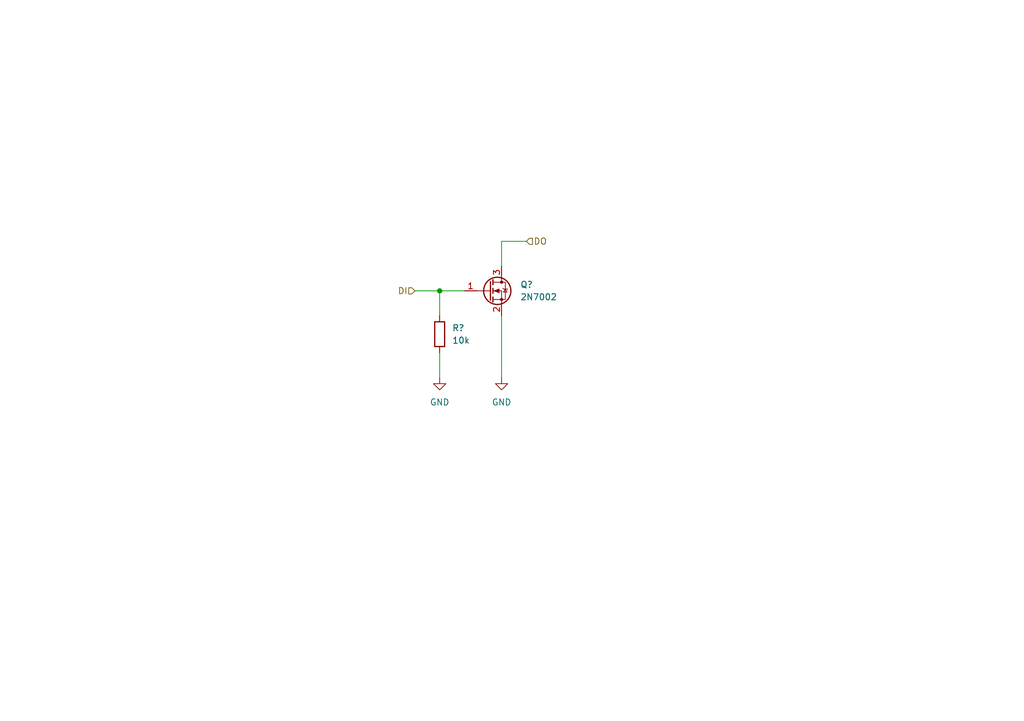
<source format=kicad_sch>
(kicad_sch (version 20211123) (generator eeschema)
  (paper "A5")
  (title_block (title "Laser Harp - Diode Driver"))
  (lib_symbols
    (symbol "Device:R" (pin_numbers hide) (pin_names (offset 0))
      (property "Reference" "R" (at 2.032 0 90))
      (property "Value" "R" (at 0 0 90))
      (symbol "R_0_1"
        (rectangle (start -1.016 -2.54) (end 1.016 2.54) (stroke (width 0.254)))
      )
      (symbol "R_1_1"
        (pin passive line (at 0 3.81 270) (length 1.27) (name "~") (number "1"))
        (pin passive line (at 0 -3.81 90) (length 1.27) (name "~") (number "2"))
      )
    )
    (symbol "Transistor_FET:2N7002" (pin_names hide)
      (property "Reference" "Q" (at 5.08 1.905 0))
      (property "Value" "2N7002" (at 5.08 0 0))
      (symbol "2N7002_0_1"
        (polyline (pts (xy 0.254 0) (xy -2.54 0)))
        (polyline (pts (xy 0.254 1.905) (xy 0.254 -1.905)) (stroke (width 0.254)))
        (polyline (pts (xy 0.762 -1.27) (xy 0.762 -2.286)) (stroke (width 0.254)))
        (polyline (pts (xy 0.762 0.508) (xy 0.762 -0.508)) (stroke (width 0.254)))
        (polyline (pts (xy 0.762 2.286) (xy 0.762 1.27)) (stroke (width 0.254)))
        (polyline (pts (xy 2.54 2.54) (xy 2.54 1.778)))
        (polyline (pts (xy 2.54 -2.54) (xy 2.54 0) (xy 0.762 0)))
        (polyline (pts (xy 0.762 -1.778) (xy 3.302 -1.778) (xy 3.302 1.778) (xy 0.762 1.778)))
        (polyline (pts (xy 1.016 0) (xy 2.032 0.381) (xy 2.032 -0.381) (xy 1.016 0)) (fill (type outline)))
        (polyline (pts (xy 2.794 0.508) (xy 2.921 0.381) (xy 3.683 0.381) (xy 3.81 0.254)))
        (polyline (pts (xy 3.302 0.381) (xy 2.921 -0.254) (xy 3.683 -0.254) (xy 3.302 0.381)))
        (circle (center 1.651 0) (radius 2.794) (stroke (width 0.254)))
        (circle (center 2.54 -1.778) (radius 0.254) (fill (type outline)))
        (circle (center 2.54 1.778) (radius 0.254) (fill (type outline)))
      )
      (symbol "2N7002_1_1"
        (pin input line (at -5.08 0 0) (length 2.54) (name "G") (number "1"))
        (pin passive line (at 2.54 -5.08 90) (length 2.54) (name "S") (number "2"))
        (pin passive line (at 2.54 5.08 270) (length 2.54) (name "D") (number "3"))
      )
    )
    (symbol "power:GND" (power) (pin_names (offset 0))
      (property "Value" "GND" (at 0 -3.81 0))
      (symbol "GND_0_1"
        (polyline (pts (xy 0 0) (xy 0 -1.27) (xy 1.27 -1.27) (xy 0 -2.54) (xy -1.27 -1.27) (xy 0 -1.27)))
      )
      (symbol "GND_1_1"
        (pin power_in line (at 0 0 270) (length 0) hide (name "GND") (number "1"))
      )
    )
  )
  (junction (at 90.17 59.69))
  (wire (pts (xy 90.17 59.69) (xy 95.25 59.69)))
  (wire (pts (xy 90.17 59.69) (xy 90.17 64.77)))
  (wire (pts (xy 90.17 72.39) (xy 90.17 77.47)))
  (wire (pts (xy 85.09 59.69) (xy 90.17 59.69)))
  (wire (pts (xy 102.87 49.53) (xy 107.95 49.53)))
  (wire (pts (xy 102.87 54.61) (xy 102.87 49.53)))
  (wire (pts (xy 102.87 64.77) (xy 102.87 77.47)))
  (hierarchical_label "DO" (shape input) (at 107.95 49.53 0))
  (hierarchical_label "DI" (shape input) (at 85.09 59.69 180))
  (symbol (lib_id "power:GND") (at 90.17 77.47 0) (unit 1)
    (property "Reference" "#PWR?" (effects hide))
    (property "Value" "GND" (at 90.17 82.55 0))
  )
  (symbol (lib_id "power:GND") (at 102.87 77.47 0) (unit 1)
    (property "Reference" "#PWR?" (effects hide))
    (property "Value" "GND" (at 102.87 82.55 0))
  )
  (symbol (lib_id "Transistor_FET:2N7002") (at 100.33 59.69 0) (unit 1)
    (property "Reference" "Q?" (at 106.68 58.4199 0) (effects (justify left)))
    (property "Value" "2N7002" (at 106.68 60.9599 0) (effects (justify left)))
    (property "Footprint" "Package_TO_SOT_SMD:SOT-23" (effects hide))
    (property "Datasheet" "https://www.onsemi.com/pub/Collateral/NDS7002A-D.PDF" (effects hide))
  )
  (symbol (lib_id "Device:R") (at 90.17 68.58 0) (unit 1)
    (property "Reference" "R?" (at 92.71 67.3099 0) (effects (justify left)))
    (property "Value" "10k" (at 92.71 69.8499 0) (effects (justify left)))
  )
)
</source>
